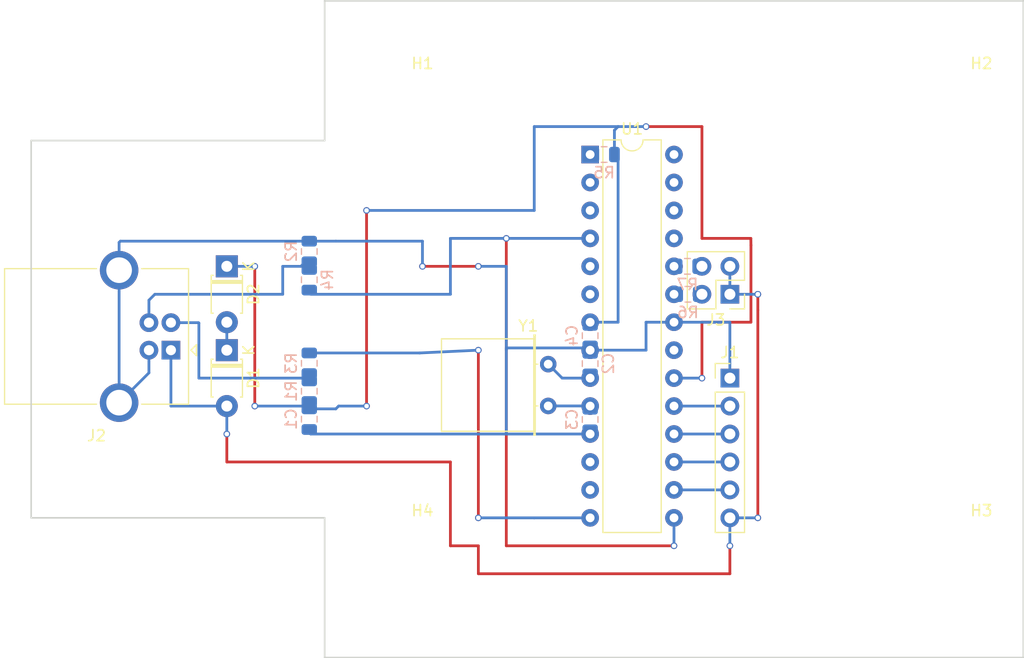
<source format=kicad_pcb>
(kicad_pcb (version 20171130) (host pcbnew "(5.1.5)-3")

  (general
    (thickness 1.6)
    (drawings 8)
    (tracks 119)
    (zones 0)
    (modules 22)
    (nets 20)
  )

  (page A4)
  (title_block
    (date "lun. 30 mars 2015")
  )

  (layers
    (0 F.Cu signal)
    (31 B.Cu signal)
    (32 B.Adhes user)
    (33 F.Adhes user)
    (34 B.Paste user)
    (35 F.Paste user)
    (36 B.SilkS user)
    (37 F.SilkS user)
    (38 B.Mask user)
    (39 F.Mask user)
    (40 Dwgs.User user)
    (41 Cmts.User user)
    (42 Eco1.User user)
    (43 Eco2.User user)
    (44 Edge.Cuts user)
    (45 Margin user)
    (46 B.CrtYd user)
    (47 F.CrtYd user)
    (48 B.Fab user)
    (49 F.Fab user)
  )

  (setup
    (last_trace_width 0.25)
    (trace_clearance 0.2)
    (zone_clearance 0.508)
    (zone_45_only no)
    (trace_min 0.2)
    (via_size 0.6)
    (via_drill 0.4)
    (via_min_size 0.4)
    (via_min_drill 0.3)
    (uvia_size 0.3)
    (uvia_drill 0.1)
    (uvias_allowed no)
    (uvia_min_size 0.2)
    (uvia_min_drill 0.1)
    (edge_width 0.15)
    (segment_width 0.15)
    (pcb_text_width 0.3)
    (pcb_text_size 1.5 1.5)
    (mod_edge_width 0.15)
    (mod_text_size 1 1)
    (mod_text_width 0.15)
    (pad_size 4.064 4.064)
    (pad_drill 3.048)
    (pad_to_mask_clearance 0)
    (aux_axis_origin 110.998 126.365)
    (grid_origin 110.998 126.365)
    (visible_elements 7FFFFFFF)
    (pcbplotparams
      (layerselection 0x00030_80000001)
      (usegerberextensions false)
      (usegerberattributes false)
      (usegerberadvancedattributes false)
      (creategerberjobfile false)
      (excludeedgelayer true)
      (linewidth 0.100000)
      (plotframeref false)
      (viasonmask false)
      (mode 1)
      (useauxorigin false)
      (hpglpennumber 1)
      (hpglpenspeed 20)
      (hpglpendiameter 15.000000)
      (psnegative false)
      (psa4output false)
      (plotreference true)
      (plotvalue true)
      (plotinvisibletext false)
      (padsonsilk false)
      (subtractmaskfromsilk false)
      (outputformat 1)
      (mirror false)
      (drillshape 1)
      (scaleselection 1)
      (outputdirectory ""))
  )

  (net 0 "")
  (net 1 GND)
  (net 2 +3V3)
  (net 3 "Net-(C2-Pad1)")
  (net 4 "Net-(C3-Pad1)")
  (net 5 VCC)
  (net 6 "Net-(D1-Pad1)")
  (net 7 /~SS)
  (net 8 /MOSI)
  (net 9 /SCK)
  (net 10 /MISO)
  (net 11 "Net-(J2-Pad3)")
  (net 12 "Net-(J2-Pad2)")
  (net 13 "Net-(J3-Pad4)")
  (net 14 "Net-(J3-Pad2)")
  (net 15 "Net-(R3-Pad1)")
  (net 16 "Net-(R4-Pad1)")
  (net 17 "Net-(R5-Pad1)")
  (net 18 "Net-(R6-Pad1)")
  (net 19 "Net-(R7-Pad1)")

  (net_class Default "This is the default net class."
    (clearance 0.2)
    (trace_width 0.25)
    (via_dia 0.6)
    (via_drill 0.4)
    (uvia_dia 0.3)
    (uvia_drill 0.1)
    (add_net +3V3)
    (add_net /MISO)
    (add_net /MOSI)
    (add_net /SCK)
    (add_net /~SS)
    (add_net GND)
    (add_net "Net-(C2-Pad1)")
    (add_net "Net-(C3-Pad1)")
    (add_net "Net-(D1-Pad1)")
    (add_net "Net-(J2-Pad2)")
    (add_net "Net-(J2-Pad3)")
    (add_net "Net-(J3-Pad2)")
    (add_net "Net-(J3-Pad4)")
    (add_net "Net-(R3-Pad1)")
    (add_net "Net-(R4-Pad1)")
    (add_net "Net-(R5-Pad1)")
    (add_net "Net-(R6-Pad1)")
    (add_net "Net-(R7-Pad1)")
    (add_net "Net-(U1-Pad12)")
    (add_net "Net-(U1-Pad13)")
    (add_net "Net-(U1-Pad2)")
    (add_net "Net-(U1-Pad21)")
    (add_net "Net-(U1-Pad25)")
    (add_net "Net-(U1-Pad26)")
    (add_net "Net-(U1-Pad27)")
    (add_net "Net-(U1-Pad28)")
    (add_net "Net-(U1-Pad3)")
    (add_net "Net-(U1-Pad5)")
    (add_net "Net-(U1-Pad6)")
    (add_net VCC)
  )

  (module Connector_USB:USB_B_OST_USB-B1HSxx_Horizontal (layer F.Cu) (tedit 6019854F) (tstamp 601606F2)
    (at 123.698 98.425 180)
    (descr "USB B receptacle, Horizontal, through-hole, http://www.on-shore.com/wp-content/uploads/2015/09/usb-b1hsxx.pdf")
    (tags "USB-B receptacle horizontal through-hole")
    (path /60191661)
    (fp_text reference J2 (at 6.76 -7.77 180) (layer F.SilkS)
      (effects (font (size 1 1) (thickness 0.15)))
    )
    (fp_text value USB_B (at 6.76 10.27 180) (layer F.Fab)
      (effects (font (size 1 1) (thickness 0.15)))
    )
    (fp_text user %R (at 6.76 1.25 180) (layer F.Fab)
      (effects (font (size 1 1) (thickness 0.15)))
    )
    (fp_line (start 15.51 -7.02) (end -1.99 -7.02) (layer F.CrtYd) (width 0.05))
    (fp_line (start 15.51 9.52) (end 15.51 -7.02) (layer F.CrtYd) (width 0.05))
    (fp_line (start -1.99 9.52) (end 15.51 9.52) (layer F.CrtYd) (width 0.05))
    (fp_line (start -1.99 -7.02) (end -1.99 9.52) (layer F.CrtYd) (width 0.05))
    (fp_line (start -2.32 0.5) (end -1.82 0) (layer F.SilkS) (width 0.12))
    (fp_line (start -2.32 -0.5) (end -2.32 0.5) (layer F.SilkS) (width 0.12))
    (fp_line (start -1.82 0) (end -2.32 -0.5) (layer F.SilkS) (width 0.12))
    (fp_line (start 15.12 7.41) (end 6.76 7.41) (layer F.SilkS) (width 0.12))
    (fp_line (start 15.12 -4.91) (end 15.12 7.41) (layer F.SilkS) (width 0.12))
    (fp_line (start 6.76 -4.91) (end 15.12 -4.91) (layer F.SilkS) (width 0.12))
    (fp_line (start -1.6 7.41) (end 2.66 7.41) (layer F.SilkS) (width 0.12))
    (fp_line (start -1.6 -4.91) (end -1.6 7.41) (layer F.SilkS) (width 0.12))
    (fp_line (start 2.66 -4.91) (end -1.6 -4.91) (layer F.SilkS) (width 0.12))
    (fp_line (start -1.49 -3.8) (end -0.49 -4.8) (layer F.Fab) (width 0.1))
    (fp_line (start -1.49 7.3) (end -1.49 -3.8) (layer F.Fab) (width 0.1))
    (fp_line (start 15.01 7.3) (end -1.49 7.3) (layer F.Fab) (width 0.1))
    (fp_line (start 15.01 -4.8) (end 15.01 7.3) (layer F.Fab) (width 0.1))
    (fp_line (start -0.49 -4.8) (end 15.01 -4.8) (layer F.Fab) (width 0.1))
    (pad 5 thru_hole circle (at 4.71 7.27 180) (size 3.5 3.5) (drill 2.33) (layers *.Cu *.Mask)
      (net 1 GND))
    (pad 5 thru_hole circle (at 4.71 -4.77 180) (size 3.5 3.5) (drill 2.33) (layers *.Cu *.Mask)
      (net 1 GND))
    (pad 4 thru_hole circle (at 2 0 180) (size 1.7 1.7) (drill 0.92) (layers *.Cu *.Mask)
      (net 1 GND))
    (pad 3 thru_hole circle (at 2 2.5 180) (size 1.7 1.7) (drill 0.92) (layers *.Cu *.Mask)
      (net 11 "Net-(J2-Pad3)"))
    (pad 2 thru_hole circle (at 0 2.5 180) (size 1.7 1.7) (drill 0.92) (layers *.Cu *.Mask)
      (net 12 "Net-(J2-Pad2)"))
    (pad 1 thru_hole rect (at 0 0 180) (size 1.7 1.7) (drill 0.92) (layers *.Cu *.Mask)
      (net 5 VCC))
    (model ${KISYS3DMOD}/Connector_USB.3dshapes/USB_B_OST_USB-B1HSxx_Horizontal.wrl
      (at (xyz 0 0 0))
      (scale (xyz 1 1 1))
      (rotate (xyz 0 0 0))
    )
    (model ${DOWNLOADS}/usb_B.wrl
      (offset (xyz 7 -1.25 0))
      (scale (xyz 1 1 1))
      (rotate (xyz 0 0 -90))
    )
  )

  (module Resistor_SMD:R_0805_2012Metric (layer B.Cu) (tedit 5B36C52B) (tstamp 6019982C)
    (at 170.6395 90.805)
    (descr "Resistor SMD 0805 (2012 Metric), square (rectangular) end terminal, IPC_7351 nominal, (Body size source: https://docs.google.com/spreadsheets/d/1BsfQQcO9C6DZCsRaXUlFlo91Tg2WpOkGARC1WS5S8t0/edit?usp=sharing), generated with kicad-footprint-generator")
    (tags resistor)
    (path /601AAD1F)
    (attr smd)
    (fp_text reference R7 (at 0 1.65) (layer B.SilkS)
      (effects (font (size 1 1) (thickness 0.15)) (justify mirror))
    )
    (fp_text value 1k (at 0 -1.65) (layer B.Fab)
      (effects (font (size 1 1) (thickness 0.15)) (justify mirror))
    )
    (fp_text user %R (at 0 0) (layer B.Fab)
      (effects (font (size 0.5 0.5) (thickness 0.08)) (justify mirror))
    )
    (fp_line (start 1.68 -0.95) (end -1.68 -0.95) (layer B.CrtYd) (width 0.05))
    (fp_line (start 1.68 0.95) (end 1.68 -0.95) (layer B.CrtYd) (width 0.05))
    (fp_line (start -1.68 0.95) (end 1.68 0.95) (layer B.CrtYd) (width 0.05))
    (fp_line (start -1.68 -0.95) (end -1.68 0.95) (layer B.CrtYd) (width 0.05))
    (fp_line (start -0.258578 -0.71) (end 0.258578 -0.71) (layer B.SilkS) (width 0.12))
    (fp_line (start -0.258578 0.71) (end 0.258578 0.71) (layer B.SilkS) (width 0.12))
    (fp_line (start 1 -0.6) (end -1 -0.6) (layer B.Fab) (width 0.1))
    (fp_line (start 1 0.6) (end 1 -0.6) (layer B.Fab) (width 0.1))
    (fp_line (start -1 0.6) (end 1 0.6) (layer B.Fab) (width 0.1))
    (fp_line (start -1 -0.6) (end -1 0.6) (layer B.Fab) (width 0.1))
    (pad 2 smd roundrect (at 0.9375 0) (size 0.975 1.4) (layers B.Cu B.Paste B.Mask) (roundrect_rratio 0.25)
      (net 13 "Net-(J3-Pad4)"))
    (pad 1 smd roundrect (at -0.9375 0) (size 0.975 1.4) (layers B.Cu B.Paste B.Mask) (roundrect_rratio 0.25)
      (net 19 "Net-(R7-Pad1)"))
    (model ${KISYS3DMOD}/Resistor_SMD.3dshapes/R_0805_2012Metric.wrl
      (at (xyz 0 0 0))
      (scale (xyz 1 1 1))
      (rotate (xyz 0 0 0))
    )
  )

  (module Resistor_SMD:R_0805_2012Metric (layer B.Cu) (tedit 5B36C52B) (tstamp 6019981B)
    (at 170.688 93.345)
    (descr "Resistor SMD 0805 (2012 Metric), square (rectangular) end terminal, IPC_7351 nominal, (Body size source: https://docs.google.com/spreadsheets/d/1BsfQQcO9C6DZCsRaXUlFlo91Tg2WpOkGARC1WS5S8t0/edit?usp=sharing), generated with kicad-footprint-generator")
    (tags resistor)
    (path /601A1B8A)
    (attr smd)
    (fp_text reference R6 (at 0 1.65) (layer B.SilkS)
      (effects (font (size 1 1) (thickness 0.15)) (justify mirror))
    )
    (fp_text value 1k (at 0 -1.65) (layer B.Fab)
      (effects (font (size 1 1) (thickness 0.15)) (justify mirror))
    )
    (fp_text user %R (at 0 0) (layer B.Fab)
      (effects (font (size 0.5 0.5) (thickness 0.08)) (justify mirror))
    )
    (fp_line (start 1.68 -0.95) (end -1.68 -0.95) (layer B.CrtYd) (width 0.05))
    (fp_line (start 1.68 0.95) (end 1.68 -0.95) (layer B.CrtYd) (width 0.05))
    (fp_line (start -1.68 0.95) (end 1.68 0.95) (layer B.CrtYd) (width 0.05))
    (fp_line (start -1.68 -0.95) (end -1.68 0.95) (layer B.CrtYd) (width 0.05))
    (fp_line (start -0.258578 -0.71) (end 0.258578 -0.71) (layer B.SilkS) (width 0.12))
    (fp_line (start -0.258578 0.71) (end 0.258578 0.71) (layer B.SilkS) (width 0.12))
    (fp_line (start 1 -0.6) (end -1 -0.6) (layer B.Fab) (width 0.1))
    (fp_line (start 1 0.6) (end 1 -0.6) (layer B.Fab) (width 0.1))
    (fp_line (start -1 0.6) (end 1 0.6) (layer B.Fab) (width 0.1))
    (fp_line (start -1 -0.6) (end -1 0.6) (layer B.Fab) (width 0.1))
    (pad 2 smd roundrect (at 0.9375 0) (size 0.975 1.4) (layers B.Cu B.Paste B.Mask) (roundrect_rratio 0.25)
      (net 14 "Net-(J3-Pad2)"))
    (pad 1 smd roundrect (at -0.9375 0) (size 0.975 1.4) (layers B.Cu B.Paste B.Mask) (roundrect_rratio 0.25)
      (net 18 "Net-(R6-Pad1)"))
    (model ${KISYS3DMOD}/Resistor_SMD.3dshapes/R_0805_2012Metric.wrl
      (at (xyz 0 0 0))
      (scale (xyz 1 1 1))
      (rotate (xyz 0 0 0))
    )
  )

  (module MountingHole:MountingHole_2.2mm_M2 (layer F.Cu) (tedit 56D1B4CB) (tstamp 6015F302)
    (at 146.558 116.205)
    (descr "Mounting Hole 2.2mm, no annular, M2")
    (tags "mounting hole 2.2mm no annular m2")
    (path /602F90DF)
    (attr virtual)
    (fp_text reference H4 (at 0 -3.2) (layer F.SilkS)
      (effects (font (size 1 1) (thickness 0.15)))
    )
    (fp_text value M3 (at 0 3.2) (layer F.Fab)
      (effects (font (size 1 1) (thickness 0.15)))
    )
    (fp_circle (center 0 0) (end 2.45 0) (layer F.CrtYd) (width 0.05))
    (fp_circle (center 0 0) (end 2.2 0) (layer Cmts.User) (width 0.15))
    (fp_text user %R (at 0.3 0) (layer F.Fab)
      (effects (font (size 1 1) (thickness 0.15)))
    )
    (pad 1 np_thru_hole circle (at 0 0) (size 2.2 2.2) (drill 2.2) (layers *.Cu *.Mask))
  )

  (module MountingHole:MountingHole_2.2mm_M2 (layer F.Cu) (tedit 56D1B4CB) (tstamp 6015F2FA)
    (at 197.358 116.205)
    (descr "Mounting Hole 2.2mm, no annular, M2")
    (tags "mounting hole 2.2mm no annular m2")
    (path /602F80A0)
    (attr virtual)
    (fp_text reference H3 (at 0 -3.2) (layer F.SilkS)
      (effects (font (size 1 1) (thickness 0.15)))
    )
    (fp_text value M3 (at 0 3.2) (layer F.Fab)
      (effects (font (size 1 1) (thickness 0.15)))
    )
    (fp_circle (center 0 0) (end 2.45 0) (layer F.CrtYd) (width 0.05))
    (fp_circle (center 0 0) (end 2.2 0) (layer Cmts.User) (width 0.15))
    (fp_text user %R (at 0.3 0) (layer F.Fab)
      (effects (font (size 1 1) (thickness 0.15)))
    )
    (pad 1 np_thru_hole circle (at 0 0) (size 2.2 2.2) (drill 2.2) (layers *.Cu *.Mask))
  )

  (module MountingHole:MountingHole_2.2mm_M2 (layer F.Cu) (tedit 56D1B4CB) (tstamp 6015F2F2)
    (at 197.358 75.565)
    (descr "Mounting Hole 2.2mm, no annular, M2")
    (tags "mounting hole 2.2mm no annular m2")
    (path /602F90D9)
    (attr virtual)
    (fp_text reference H2 (at 0 -3.2) (layer F.SilkS)
      (effects (font (size 1 1) (thickness 0.15)))
    )
    (fp_text value M3 (at 0 3.2) (layer F.Fab)
      (effects (font (size 1 1) (thickness 0.15)))
    )
    (fp_circle (center 0 0) (end 2.45 0) (layer F.CrtYd) (width 0.05))
    (fp_circle (center 0 0) (end 2.2 0) (layer Cmts.User) (width 0.15))
    (fp_text user %R (at 0.3 0) (layer F.Fab)
      (effects (font (size 1 1) (thickness 0.15)))
    )
    (pad 1 np_thru_hole circle (at 0 0) (size 2.2 2.2) (drill 2.2) (layers *.Cu *.Mask))
  )

  (module MountingHole:MountingHole_2.2mm_M2 (layer F.Cu) (tedit 56D1B4CB) (tstamp 6015F510)
    (at 146.558 75.565)
    (descr "Mounting Hole 2.2mm, no annular, M2")
    (tags "mounting hole 2.2mm no annular m2")
    (path /602F6B1A)
    (attr virtual)
    (fp_text reference H1 (at 0 -3.2) (layer F.SilkS)
      (effects (font (size 1 1) (thickness 0.15)))
    )
    (fp_text value M3 (at 0 3.2) (layer F.Fab)
      (effects (font (size 1 1) (thickness 0.15)))
    )
    (fp_circle (center 0 0) (end 2.45 0) (layer F.CrtYd) (width 0.05))
    (fp_circle (center 0 0) (end 2.2 0) (layer Cmts.User) (width 0.15))
    (fp_text user %R (at 0.3 0) (layer F.Fab)
      (effects (font (size 1 1) (thickness 0.15)))
    )
    (pad 1 np_thru_hole circle (at 0 0) (size 2.2 2.2) (drill 2.2) (layers *.Cu *.Mask))
  )

  (module Crystal:Crystal_HC52-8mm_Horizontal (layer F.Cu) (tedit 5A1AD3B8) (tstamp 6015CAFC)
    (at 157.988 99.695 270)
    (descr "Crystal THT HC-51/8mm http://www.kvg-gmbh.de/assets/uploads/files/product_pdfs/XS71xx.pdf")
    (tags "THT crystal")
    (path /60B4028F)
    (fp_text reference Y1 (at -3.475 1.8125) (layer F.SilkS)
      (effects (font (size 1 1) (thickness 0.15)))
    )
    (fp_text value 12MHz (at 7.275 1.8125) (layer F.Fab)
      (effects (font (size 1 1) (thickness 0.15)))
    )
    (fp_line (start 7 -1) (end -3.2 -1) (layer F.CrtYd) (width 0.05))
    (fp_line (start 7 10.3) (end 7 -1) (layer F.CrtYd) (width 0.05))
    (fp_line (start -3.2 10.3) (end 7 10.3) (layer F.CrtYd) (width 0.05))
    (fp_line (start -3.2 -1) (end -3.2 10.3) (layer F.CrtYd) (width 0.05))
    (fp_line (start 6.45 1.3) (end -2.65 1.3) (layer F.SilkS) (width 0.12))
    (fp_line (start 6.45 1.18) (end 6.45 1.3) (layer F.SilkS) (width 0.12))
    (fp_line (start -2.65 1.18) (end 6.45 1.18) (layer F.SilkS) (width 0.12))
    (fp_line (start -2.65 1.3) (end -2.65 1.18) (layer F.SilkS) (width 0.12))
    (fp_line (start 3.8 0.95) (end 3.8 0.95) (layer F.SilkS) (width 0.12))
    (fp_line (start 3.8 1.3) (end 3.8 0.95) (layer F.SilkS) (width 0.12))
    (fp_line (start 0 0.95) (end 0 0.95) (layer F.SilkS) (width 0.12))
    (fp_line (start 0 1.3) (end 0 0.95) (layer F.SilkS) (width 0.12))
    (fp_line (start 6.1 1.3) (end -2.3 1.3) (layer F.SilkS) (width 0.12))
    (fp_line (start 6.1 9.7) (end 6.1 1.3) (layer F.SilkS) (width 0.12))
    (fp_line (start -2.3 9.7) (end 6.1 9.7) (layer F.SilkS) (width 0.12))
    (fp_line (start -2.3 1.3) (end -2.3 9.7) (layer F.SilkS) (width 0.12))
    (fp_line (start 6.25 1.5) (end -2.45 1.5) (layer F.Fab) (width 0.1))
    (fp_line (start 6.25 1.4) (end 6.25 1.5) (layer F.Fab) (width 0.1))
    (fp_line (start -2.45 1.4) (end 6.25 1.4) (layer F.Fab) (width 0.1))
    (fp_line (start -2.45 1.5) (end -2.45 1.4) (layer F.Fab) (width 0.1))
    (fp_line (start 3.8 0.75) (end 3.8 0) (layer F.Fab) (width 0.1))
    (fp_line (start 3.8 1.5) (end 3.8 0.75) (layer F.Fab) (width 0.1))
    (fp_line (start 0 0.75) (end 0 0) (layer F.Fab) (width 0.1))
    (fp_line (start 0 1.5) (end 0 0.75) (layer F.Fab) (width 0.1))
    (fp_line (start 5.9 1.5) (end -2.1 1.5) (layer F.Fab) (width 0.1))
    (fp_line (start 5.9 9.5) (end 5.9 1.5) (layer F.Fab) (width 0.1))
    (fp_line (start -2.1 9.5) (end 5.9 9.5) (layer F.Fab) (width 0.1))
    (fp_line (start -2.1 1.5) (end -2.1 9.5) (layer F.Fab) (width 0.1))
    (fp_text user %R (at 2 4.75 90) (layer F.Fab)
      (effects (font (size 1 1) (thickness 0.15)))
    )
    (pad 2 thru_hole circle (at 3.8 0 270) (size 1.5 1.5) (drill 0.8) (layers *.Cu *.Mask)
      (net 4 "Net-(C3-Pad1)"))
    (pad 1 thru_hole circle (at 0 0 270) (size 1.5 1.5) (drill 0.8) (layers *.Cu *.Mask)
      (net 3 "Net-(C2-Pad1)"))
    (model ${KISYS3DMOD}/Crystal.3dshapes/Crystal_HC52-8mm_Horizontal.wrl
      (at (xyz 0 0 0))
      (scale (xyz 1 1 1))
      (rotate (xyz 0 0 0))
    )
  )

  (module Diode_THT:D_T-1_P5.08mm_Horizontal (layer F.Cu) (tedit 5AE50CD5) (tstamp 6015FBB0)
    (at 128.778 90.805 270)
    (descr "Diode, T-1 series, Axial, Horizontal, pin pitch=5.08mm, , length*diameter=3.2*2.6mm^2, , http://www.diodes.com/_files/packages/T-1.pdf")
    (tags "Diode T-1 series Axial Horizontal pin pitch 5.08mm  length 3.2mm diameter 2.6mm")
    (path /60177C12)
    (fp_text reference D2 (at 2.54 -2.42 90) (layer F.SilkS)
      (effects (font (size 1 1) (thickness 0.15)))
    )
    (fp_text value 1N4148 (at 2.54 2.42 90) (layer F.Fab)
      (effects (font (size 1 1) (thickness 0.15)))
    )
    (fp_text user K (at 0 -2 90) (layer F.SilkS)
      (effects (font (size 1 1) (thickness 0.15)))
    )
    (fp_text user K (at 0 -2 90) (layer F.Fab)
      (effects (font (size 1 1) (thickness 0.15)))
    )
    (fp_text user %R (at 2.78 0 90) (layer F.Fab)
      (effects (font (size 0.64 0.64) (thickness 0.096)))
    )
    (fp_line (start 6.33 -1.55) (end -1.25 -1.55) (layer F.CrtYd) (width 0.05))
    (fp_line (start 6.33 1.55) (end 6.33 -1.55) (layer F.CrtYd) (width 0.05))
    (fp_line (start -1.25 1.55) (end 6.33 1.55) (layer F.CrtYd) (width 0.05))
    (fp_line (start -1.25 -1.55) (end -1.25 1.55) (layer F.CrtYd) (width 0.05))
    (fp_line (start 1.3 -1.42) (end 1.3 1.42) (layer F.SilkS) (width 0.12))
    (fp_line (start 1.54 -1.42) (end 1.54 1.42) (layer F.SilkS) (width 0.12))
    (fp_line (start 1.42 -1.42) (end 1.42 1.42) (layer F.SilkS) (width 0.12))
    (fp_line (start 4.26 1.42) (end 4.26 1.24) (layer F.SilkS) (width 0.12))
    (fp_line (start 0.82 1.42) (end 4.26 1.42) (layer F.SilkS) (width 0.12))
    (fp_line (start 0.82 1.24) (end 0.82 1.42) (layer F.SilkS) (width 0.12))
    (fp_line (start 4.26 -1.42) (end 4.26 -1.24) (layer F.SilkS) (width 0.12))
    (fp_line (start 0.82 -1.42) (end 4.26 -1.42) (layer F.SilkS) (width 0.12))
    (fp_line (start 0.82 -1.24) (end 0.82 -1.42) (layer F.SilkS) (width 0.12))
    (fp_line (start 1.32 -1.3) (end 1.32 1.3) (layer F.Fab) (width 0.1))
    (fp_line (start 1.52 -1.3) (end 1.52 1.3) (layer F.Fab) (width 0.1))
    (fp_line (start 1.42 -1.3) (end 1.42 1.3) (layer F.Fab) (width 0.1))
    (fp_line (start 5.08 0) (end 4.14 0) (layer F.Fab) (width 0.1))
    (fp_line (start 0 0) (end 0.94 0) (layer F.Fab) (width 0.1))
    (fp_line (start 4.14 -1.3) (end 0.94 -1.3) (layer F.Fab) (width 0.1))
    (fp_line (start 4.14 1.3) (end 4.14 -1.3) (layer F.Fab) (width 0.1))
    (fp_line (start 0.94 1.3) (end 4.14 1.3) (layer F.Fab) (width 0.1))
    (fp_line (start 0.94 -1.3) (end 0.94 1.3) (layer F.Fab) (width 0.1))
    (pad 2 thru_hole oval (at 5.08 0 270) (size 2 2) (drill 1) (layers *.Cu *.Mask)
      (net 6 "Net-(D1-Pad1)"))
    (pad 1 thru_hole rect (at 0 0 270) (size 2 2) (drill 1) (layers *.Cu *.Mask)
      (net 2 +3V3))
    (model ${KISYS3DMOD}/Diode_THT.3dshapes/D_T-1_P5.08mm_Horizontal.wrl
      (at (xyz 0 0 0))
      (scale (xyz 1 1 1))
      (rotate (xyz 0 0 0))
    )
  )

  (module Diode_THT:D_T-1_P5.08mm_Horizontal (layer F.Cu) (tedit 5AE50CD5) (tstamp 60157C39)
    (at 128.778 98.425 270)
    (descr "Diode, T-1 series, Axial, Horizontal, pin pitch=5.08mm, , length*diameter=3.2*2.6mm^2, , http://www.diodes.com/_files/packages/T-1.pdf")
    (tags "Diode T-1 series Axial Horizontal pin pitch 5.08mm  length 3.2mm diameter 2.6mm")
    (path /60177425)
    (fp_text reference D1 (at 2.54 -2.42 90) (layer F.SilkS)
      (effects (font (size 1 1) (thickness 0.15)))
    )
    (fp_text value 1N4148 (at 2.54 2.42 90) (layer F.Fab)
      (effects (font (size 1 1) (thickness 0.15)))
    )
    (fp_text user K (at 0 -2 90) (layer F.SilkS)
      (effects (font (size 1 1) (thickness 0.15)))
    )
    (fp_text user K (at 0 -2 90) (layer F.Fab)
      (effects (font (size 1 1) (thickness 0.15)))
    )
    (fp_text user %R (at 2.78 0 90) (layer F.Fab)
      (effects (font (size 0.64 0.64) (thickness 0.096)))
    )
    (fp_line (start 6.33 -1.55) (end -1.25 -1.55) (layer F.CrtYd) (width 0.05))
    (fp_line (start 6.33 1.55) (end 6.33 -1.55) (layer F.CrtYd) (width 0.05))
    (fp_line (start -1.25 1.55) (end 6.33 1.55) (layer F.CrtYd) (width 0.05))
    (fp_line (start -1.25 -1.55) (end -1.25 1.55) (layer F.CrtYd) (width 0.05))
    (fp_line (start 1.3 -1.42) (end 1.3 1.42) (layer F.SilkS) (width 0.12))
    (fp_line (start 1.54 -1.42) (end 1.54 1.42) (layer F.SilkS) (width 0.12))
    (fp_line (start 1.42 -1.42) (end 1.42 1.42) (layer F.SilkS) (width 0.12))
    (fp_line (start 4.26 1.42) (end 4.26 1.24) (layer F.SilkS) (width 0.12))
    (fp_line (start 0.82 1.42) (end 4.26 1.42) (layer F.SilkS) (width 0.12))
    (fp_line (start 0.82 1.24) (end 0.82 1.42) (layer F.SilkS) (width 0.12))
    (fp_line (start 4.26 -1.42) (end 4.26 -1.24) (layer F.SilkS) (width 0.12))
    (fp_line (start 0.82 -1.42) (end 4.26 -1.42) (layer F.SilkS) (width 0.12))
    (fp_line (start 0.82 -1.24) (end 0.82 -1.42) (layer F.SilkS) (width 0.12))
    (fp_line (start 1.32 -1.3) (end 1.32 1.3) (layer F.Fab) (width 0.1))
    (fp_line (start 1.52 -1.3) (end 1.52 1.3) (layer F.Fab) (width 0.1))
    (fp_line (start 1.42 -1.3) (end 1.42 1.3) (layer F.Fab) (width 0.1))
    (fp_line (start 5.08 0) (end 4.14 0) (layer F.Fab) (width 0.1))
    (fp_line (start 0 0) (end 0.94 0) (layer F.Fab) (width 0.1))
    (fp_line (start 4.14 -1.3) (end 0.94 -1.3) (layer F.Fab) (width 0.1))
    (fp_line (start 4.14 1.3) (end 4.14 -1.3) (layer F.Fab) (width 0.1))
    (fp_line (start 0.94 1.3) (end 4.14 1.3) (layer F.Fab) (width 0.1))
    (fp_line (start 0.94 -1.3) (end 0.94 1.3) (layer F.Fab) (width 0.1))
    (pad 2 thru_hole oval (at 5.08 0 270) (size 2 2) (drill 1) (layers *.Cu *.Mask)
      (net 5 VCC))
    (pad 1 thru_hole rect (at 0 0 270) (size 2 2) (drill 1) (layers *.Cu *.Mask)
      (net 6 "Net-(D1-Pad1)"))
    (model ${KISYS3DMOD}/Diode_THT.3dshapes/D_T-1_P5.08mm_Horizontal.wrl
      (at (xyz 0 0 0))
      (scale (xyz 1 1 1))
      (rotate (xyz 0 0 0))
    )
  )

  (module Connector_PinHeader_2.54mm:PinHeader_1x06_P2.54mm_Vertical (layer F.Cu) (tedit 59FED5CC) (tstamp 60159C3D)
    (at 174.498 100.965)
    (descr "Through hole straight pin header, 1x06, 2.54mm pitch, single row")
    (tags "Through hole pin header THT 1x06 2.54mm single row")
    (path /6022F686)
    (fp_text reference J1 (at 0 -2.33) (layer F.SilkS)
      (effects (font (size 1 1) (thickness 0.15)))
    )
    (fp_text value ICSP6 (at 0 15.03) (layer F.Fab)
      (effects (font (size 1 1) (thickness 0.15)))
    )
    (fp_text user %R (at 0 6.35 90) (layer F.Fab)
      (effects (font (size 1 1) (thickness 0.15)))
    )
    (fp_line (start 1.8 -1.8) (end -1.8 -1.8) (layer F.CrtYd) (width 0.05))
    (fp_line (start 1.8 14.5) (end 1.8 -1.8) (layer F.CrtYd) (width 0.05))
    (fp_line (start -1.8 14.5) (end 1.8 14.5) (layer F.CrtYd) (width 0.05))
    (fp_line (start -1.8 -1.8) (end -1.8 14.5) (layer F.CrtYd) (width 0.05))
    (fp_line (start -1.33 -1.33) (end 0 -1.33) (layer F.SilkS) (width 0.12))
    (fp_line (start -1.33 0) (end -1.33 -1.33) (layer F.SilkS) (width 0.12))
    (fp_line (start -1.33 1.27) (end 1.33 1.27) (layer F.SilkS) (width 0.12))
    (fp_line (start 1.33 1.27) (end 1.33 14.03) (layer F.SilkS) (width 0.12))
    (fp_line (start -1.33 1.27) (end -1.33 14.03) (layer F.SilkS) (width 0.12))
    (fp_line (start -1.33 14.03) (end 1.33 14.03) (layer F.SilkS) (width 0.12))
    (fp_line (start -1.27 -0.635) (end -0.635 -1.27) (layer F.Fab) (width 0.1))
    (fp_line (start -1.27 13.97) (end -1.27 -0.635) (layer F.Fab) (width 0.1))
    (fp_line (start 1.27 13.97) (end -1.27 13.97) (layer F.Fab) (width 0.1))
    (fp_line (start 1.27 -1.27) (end 1.27 13.97) (layer F.Fab) (width 0.1))
    (fp_line (start -0.635 -1.27) (end 1.27 -1.27) (layer F.Fab) (width 0.1))
    (pad 6 thru_hole oval (at 0 12.7) (size 1.7 1.7) (drill 1) (layers *.Cu *.Mask)
      (net 5 VCC))
    (pad 5 thru_hole oval (at 0 10.16) (size 1.7 1.7) (drill 1) (layers *.Cu *.Mask)
      (net 7 /~SS))
    (pad 4 thru_hole oval (at 0 7.62) (size 1.7 1.7) (drill 1) (layers *.Cu *.Mask)
      (net 8 /MOSI))
    (pad 3 thru_hole oval (at 0 5.08) (size 1.7 1.7) (drill 1) (layers *.Cu *.Mask)
      (net 10 /MISO))
    (pad 2 thru_hole oval (at 0 2.54) (size 1.7 1.7) (drill 1) (layers *.Cu *.Mask)
      (net 9 /SCK))
    (pad 1 thru_hole rect (at 0 0) (size 1.7 1.7) (drill 1) (layers *.Cu *.Mask)
      (net 1 GND))
    (model ${KISYS3DMOD}/Connector_PinHeader_2.54mm.3dshapes/PinHeader_1x06_P2.54mm_Vertical.wrl
      (at (xyz 0 0 0))
      (scale (xyz 1 1 1))
      (rotate (xyz 0 0 0))
    )
  )

  (module Package_DIP:DIP-28_W7.62mm (layer F.Cu) (tedit 5A02E8C5) (tstamp 6015C64B)
    (at 161.798 80.645)
    (descr "28-lead though-hole mounted DIP package, row spacing 7.62 mm (300 mils)")
    (tags "THT DIP DIL PDIP 2.54mm 7.62mm 300mil")
    (path /60B3F1F9)
    (fp_text reference U1 (at 3.81 -2.33) (layer F.SilkS)
      (effects (font (size 1 1) (thickness 0.15)))
    )
    (fp_text value ATmega328-P (at 3.81 35.35) (layer F.Fab)
      (effects (font (size 1 1) (thickness 0.15)))
    )
    (fp_text user %R (at 3.81 16.51) (layer F.Fab)
      (effects (font (size 1 1) (thickness 0.15)))
    )
    (fp_line (start 8.7 -1.55) (end -1.1 -1.55) (layer F.CrtYd) (width 0.05))
    (fp_line (start 8.7 34.55) (end 8.7 -1.55) (layer F.CrtYd) (width 0.05))
    (fp_line (start -1.1 34.55) (end 8.7 34.55) (layer F.CrtYd) (width 0.05))
    (fp_line (start -1.1 -1.55) (end -1.1 34.55) (layer F.CrtYd) (width 0.05))
    (fp_line (start 6.46 -1.33) (end 4.81 -1.33) (layer F.SilkS) (width 0.12))
    (fp_line (start 6.46 34.35) (end 6.46 -1.33) (layer F.SilkS) (width 0.12))
    (fp_line (start 1.16 34.35) (end 6.46 34.35) (layer F.SilkS) (width 0.12))
    (fp_line (start 1.16 -1.33) (end 1.16 34.35) (layer F.SilkS) (width 0.12))
    (fp_line (start 2.81 -1.33) (end 1.16 -1.33) (layer F.SilkS) (width 0.12))
    (fp_line (start 0.635 -0.27) (end 1.635 -1.27) (layer F.Fab) (width 0.1))
    (fp_line (start 0.635 34.29) (end 0.635 -0.27) (layer F.Fab) (width 0.1))
    (fp_line (start 6.985 34.29) (end 0.635 34.29) (layer F.Fab) (width 0.1))
    (fp_line (start 6.985 -1.27) (end 6.985 34.29) (layer F.Fab) (width 0.1))
    (fp_line (start 1.635 -1.27) (end 6.985 -1.27) (layer F.Fab) (width 0.1))
    (fp_arc (start 3.81 -1.33) (end 2.81 -1.33) (angle -180) (layer F.SilkS) (width 0.12))
    (pad 28 thru_hole oval (at 7.62 0) (size 1.6 1.6) (drill 0.8) (layers *.Cu *.Mask))
    (pad 14 thru_hole oval (at 0 33.02) (size 1.6 1.6) (drill 0.8) (layers *.Cu *.Mask)
      (net 15 "Net-(R3-Pad1)"))
    (pad 27 thru_hole oval (at 7.62 2.54) (size 1.6 1.6) (drill 0.8) (layers *.Cu *.Mask))
    (pad 13 thru_hole oval (at 0 30.48) (size 1.6 1.6) (drill 0.8) (layers *.Cu *.Mask))
    (pad 26 thru_hole oval (at 7.62 5.08) (size 1.6 1.6) (drill 0.8) (layers *.Cu *.Mask))
    (pad 12 thru_hole oval (at 0 27.94) (size 1.6 1.6) (drill 0.8) (layers *.Cu *.Mask))
    (pad 25 thru_hole oval (at 7.62 7.62) (size 1.6 1.6) (drill 0.8) (layers *.Cu *.Mask))
    (pad 11 thru_hole oval (at 0 25.4) (size 1.6 1.6) (drill 0.8) (layers *.Cu *.Mask)
      (net 1 GND))
    (pad 24 thru_hole oval (at 7.62 10.16) (size 1.6 1.6) (drill 0.8) (layers *.Cu *.Mask)
      (net 19 "Net-(R7-Pad1)"))
    (pad 10 thru_hole oval (at 0 22.86) (size 1.6 1.6) (drill 0.8) (layers *.Cu *.Mask)
      (net 4 "Net-(C3-Pad1)"))
    (pad 23 thru_hole oval (at 7.62 12.7) (size 1.6 1.6) (drill 0.8) (layers *.Cu *.Mask)
      (net 18 "Net-(R6-Pad1)"))
    (pad 9 thru_hole oval (at 0 20.32) (size 1.6 1.6) (drill 0.8) (layers *.Cu *.Mask)
      (net 3 "Net-(C2-Pad1)"))
    (pad 22 thru_hole oval (at 7.62 15.24) (size 1.6 1.6) (drill 0.8) (layers *.Cu *.Mask)
      (net 1 GND))
    (pad 8 thru_hole oval (at 0 17.78) (size 1.6 1.6) (drill 0.8) (layers *.Cu *.Mask)
      (net 1 GND))
    (pad 21 thru_hole oval (at 7.62 17.78) (size 1.6 1.6) (drill 0.8) (layers *.Cu *.Mask))
    (pad 7 thru_hole oval (at 0 15.24) (size 1.6 1.6) (drill 0.8) (layers *.Cu *.Mask)
      (net 2 +3V3))
    (pad 20 thru_hole oval (at 7.62 20.32) (size 1.6 1.6) (drill 0.8) (layers *.Cu *.Mask)
      (net 2 +3V3))
    (pad 6 thru_hole oval (at 0 12.7) (size 1.6 1.6) (drill 0.8) (layers *.Cu *.Mask))
    (pad 19 thru_hole oval (at 7.62 22.86) (size 1.6 1.6) (drill 0.8) (layers *.Cu *.Mask)
      (net 9 /SCK))
    (pad 5 thru_hole oval (at 0 10.16) (size 1.6 1.6) (drill 0.8) (layers *.Cu *.Mask))
    (pad 18 thru_hole oval (at 7.62 25.4) (size 1.6 1.6) (drill 0.8) (layers *.Cu *.Mask)
      (net 10 /MISO))
    (pad 4 thru_hole oval (at 0 7.62) (size 1.6 1.6) (drill 0.8) (layers *.Cu *.Mask)
      (net 16 "Net-(R4-Pad1)"))
    (pad 17 thru_hole oval (at 7.62 27.94) (size 1.6 1.6) (drill 0.8) (layers *.Cu *.Mask)
      (net 8 /MOSI))
    (pad 3 thru_hole oval (at 0 5.08) (size 1.6 1.6) (drill 0.8) (layers *.Cu *.Mask))
    (pad 16 thru_hole oval (at 7.62 30.48) (size 1.6 1.6) (drill 0.8) (layers *.Cu *.Mask)
      (net 7 /~SS))
    (pad 2 thru_hole oval (at 0 2.54) (size 1.6 1.6) (drill 0.8) (layers *.Cu *.Mask))
    (pad 15 thru_hole oval (at 7.62 33.02) (size 1.6 1.6) (drill 0.8) (layers *.Cu *.Mask)
      (net 16 "Net-(R4-Pad1)"))
    (pad 1 thru_hole rect (at 0 0) (size 1.6 1.6) (drill 0.8) (layers *.Cu *.Mask)
      (net 17 "Net-(R5-Pad1)"))
    (model ${KISYS3DMOD}/Package_DIP.3dshapes/DIP-28_W7.62mm.wrl
      (at (xyz 0 0 0))
      (scale (xyz 1 1 1))
      (rotate (xyz 0 0 0))
    )
  )

  (module Resistor_SMD:R_0805_2012Metric (layer B.Cu) (tedit 5B36C52B) (tstamp 60157D00)
    (at 163.068 80.645)
    (descr "Resistor SMD 0805 (2012 Metric), square (rectangular) end terminal, IPC_7351 nominal, (Body size source: https://docs.google.com/spreadsheets/d/1BsfQQcO9C6DZCsRaXUlFlo91Tg2WpOkGARC1WS5S8t0/edit?usp=sharing), generated with kicad-footprint-generator")
    (tags resistor)
    (path /60B43F5D)
    (attr smd)
    (fp_text reference R5 (at 0 1.65 180) (layer B.SilkS)
      (effects (font (size 1 1) (thickness 0.15)) (justify mirror))
    )
    (fp_text value 10k (at 0 -1.65 180) (layer B.Fab)
      (effects (font (size 1 1) (thickness 0.15)) (justify mirror))
    )
    (fp_text user %R (at 0.0485 0 180) (layer B.Fab)
      (effects (font (size 0.5 0.5) (thickness 0.08)) (justify mirror))
    )
    (fp_line (start 1.68 -0.95) (end -1.68 -0.95) (layer B.CrtYd) (width 0.05))
    (fp_line (start 1.68 0.95) (end 1.68 -0.95) (layer B.CrtYd) (width 0.05))
    (fp_line (start -1.68 0.95) (end 1.68 0.95) (layer B.CrtYd) (width 0.05))
    (fp_line (start -1.68 -0.95) (end -1.68 0.95) (layer B.CrtYd) (width 0.05))
    (fp_line (start -0.258578 -0.71) (end 0.258578 -0.71) (layer B.SilkS) (width 0.12))
    (fp_line (start -0.258578 0.71) (end 0.258578 0.71) (layer B.SilkS) (width 0.12))
    (fp_line (start 1 -0.6) (end -1 -0.6) (layer B.Fab) (width 0.1))
    (fp_line (start 1 0.6) (end 1 -0.6) (layer B.Fab) (width 0.1))
    (fp_line (start -1 0.6) (end 1 0.6) (layer B.Fab) (width 0.1))
    (fp_line (start -1 -0.6) (end -1 0.6) (layer B.Fab) (width 0.1))
    (pad 2 smd roundrect (at 0.9375 0) (size 0.975 1.4) (layers B.Cu B.Paste B.Mask) (roundrect_rratio 0.25)
      (net 2 +3V3))
    (pad 1 smd roundrect (at -0.9375 0) (size 0.975 1.4) (layers B.Cu B.Paste B.Mask) (roundrect_rratio 0.25)
      (net 17 "Net-(R5-Pad1)"))
    (model ${KISYS3DMOD}/Resistor_SMD.3dshapes/R_0805_2012Metric.wrl
      (at (xyz 0 0 0))
      (scale (xyz 1 1 1))
      (rotate (xyz 0 0 0))
    )
  )

  (module Resistor_SMD:R_0805_2012Metric (layer B.Cu) (tedit 5B36C52B) (tstamp 601606B6)
    (at 136.271 92.0265 90)
    (descr "Resistor SMD 0805 (2012 Metric), square (rectangular) end terminal, IPC_7351 nominal, (Body size source: https://docs.google.com/spreadsheets/d/1BsfQQcO9C6DZCsRaXUlFlo91Tg2WpOkGARC1WS5S8t0/edit?usp=sharing), generated with kicad-footprint-generator")
    (tags resistor)
    (path /60B468C3)
    (attr smd)
    (fp_text reference R4 (at 0 1.65 90) (layer B.SilkS)
      (effects (font (size 1 1) (thickness 0.15)) (justify mirror))
    )
    (fp_text value 68 (at 0 -1.65 90) (layer B.Fab)
      (effects (font (size 1 1) (thickness 0.15)) (justify mirror))
    )
    (fp_text user %R (at 0 0 90) (layer B.Fab)
      (effects (font (size 0.5 0.5) (thickness 0.08)) (justify mirror))
    )
    (fp_line (start 1.68 -0.95) (end -1.68 -0.95) (layer B.CrtYd) (width 0.05))
    (fp_line (start 1.68 0.95) (end 1.68 -0.95) (layer B.CrtYd) (width 0.05))
    (fp_line (start -1.68 0.95) (end 1.68 0.95) (layer B.CrtYd) (width 0.05))
    (fp_line (start -1.68 -0.95) (end -1.68 0.95) (layer B.CrtYd) (width 0.05))
    (fp_line (start -0.258578 -0.71) (end 0.258578 -0.71) (layer B.SilkS) (width 0.12))
    (fp_line (start -0.258578 0.71) (end 0.258578 0.71) (layer B.SilkS) (width 0.12))
    (fp_line (start 1 -0.6) (end -1 -0.6) (layer B.Fab) (width 0.1))
    (fp_line (start 1 0.6) (end 1 -0.6) (layer B.Fab) (width 0.1))
    (fp_line (start -1 0.6) (end 1 0.6) (layer B.Fab) (width 0.1))
    (fp_line (start -1 -0.6) (end -1 0.6) (layer B.Fab) (width 0.1))
    (pad 2 smd roundrect (at 0.9375 0 90) (size 0.975 1.4) (layers B.Cu B.Paste B.Mask) (roundrect_rratio 0.25)
      (net 11 "Net-(J2-Pad3)"))
    (pad 1 smd roundrect (at -0.9375 0 90) (size 0.975 1.4) (layers B.Cu B.Paste B.Mask) (roundrect_rratio 0.25)
      (net 16 "Net-(R4-Pad1)"))
    (model ${KISYS3DMOD}/Resistor_SMD.3dshapes/R_0805_2012Metric.wrl
      (at (xyz 0 0 0))
      (scale (xyz 1 1 1))
      (rotate (xyz 0 0 0))
    )
  )

  (module Resistor_SMD:R_0805_2012Metric (layer B.Cu) (tedit 5B36C52B) (tstamp 60160686)
    (at 136.271 99.6165 270)
    (descr "Resistor SMD 0805 (2012 Metric), square (rectangular) end terminal, IPC_7351 nominal, (Body size source: https://docs.google.com/spreadsheets/d/1BsfQQcO9C6DZCsRaXUlFlo91Tg2WpOkGARC1WS5S8t0/edit?usp=sharing), generated with kicad-footprint-generator")
    (tags resistor)
    (path /60B45D36)
    (attr smd)
    (fp_text reference R3 (at 0 1.65 90) (layer B.SilkS)
      (effects (font (size 1 1) (thickness 0.15)) (justify mirror))
    )
    (fp_text value 68 (at 0 -1.65 90) (layer B.Fab)
      (effects (font (size 1 1) (thickness 0.15)) (justify mirror))
    )
    (fp_text user %R (at 0 0 90) (layer B.Fab)
      (effects (font (size 0.5 0.5) (thickness 0.08)) (justify mirror))
    )
    (fp_line (start 1.68 -0.95) (end -1.68 -0.95) (layer B.CrtYd) (width 0.05))
    (fp_line (start 1.68 0.95) (end 1.68 -0.95) (layer B.CrtYd) (width 0.05))
    (fp_line (start -1.68 0.95) (end 1.68 0.95) (layer B.CrtYd) (width 0.05))
    (fp_line (start -1.68 -0.95) (end -1.68 0.95) (layer B.CrtYd) (width 0.05))
    (fp_line (start -0.258578 -0.71) (end 0.258578 -0.71) (layer B.SilkS) (width 0.12))
    (fp_line (start -0.258578 0.71) (end 0.258578 0.71) (layer B.SilkS) (width 0.12))
    (fp_line (start 1 -0.6) (end -1 -0.6) (layer B.Fab) (width 0.1))
    (fp_line (start 1 0.6) (end 1 -0.6) (layer B.Fab) (width 0.1))
    (fp_line (start -1 0.6) (end 1 0.6) (layer B.Fab) (width 0.1))
    (fp_line (start -1 -0.6) (end -1 0.6) (layer B.Fab) (width 0.1))
    (pad 2 smd roundrect (at 0.9375 0 270) (size 0.975 1.4) (layers B.Cu B.Paste B.Mask) (roundrect_rratio 0.25)
      (net 12 "Net-(J2-Pad2)"))
    (pad 1 smd roundrect (at -0.9375 0 270) (size 0.975 1.4) (layers B.Cu B.Paste B.Mask) (roundrect_rratio 0.25)
      (net 15 "Net-(R3-Pad1)"))
    (model ${KISYS3DMOD}/Resistor_SMD.3dshapes/R_0805_2012Metric.wrl
      (at (xyz 0 0 0))
      (scale (xyz 1 1 1))
      (rotate (xyz 0 0 0))
    )
  )

  (module Resistor_SMD:R_0805_2012Metric (layer B.Cu) (tedit 5B36C52B) (tstamp 60160656)
    (at 136.271 89.4565 270)
    (descr "Resistor SMD 0805 (2012 Metric), square (rectangular) end terminal, IPC_7351 nominal, (Body size source: https://docs.google.com/spreadsheets/d/1BsfQQcO9C6DZCsRaXUlFlo91Tg2WpOkGARC1WS5S8t0/edit?usp=sharing), generated with kicad-footprint-generator")
    (tags resistor)
    (path /60B46AAA)
    (attr smd)
    (fp_text reference R2 (at 0 1.65 270) (layer B.SilkS)
      (effects (font (size 1 1) (thickness 0.15)) (justify mirror))
    )
    (fp_text value 1M (at 0 -1.65 270) (layer B.Fab)
      (effects (font (size 1 1) (thickness 0.15)) (justify mirror))
    )
    (fp_text user %R (at 0 0 270) (layer B.Fab)
      (effects (font (size 0.5 0.5) (thickness 0.08)) (justify mirror))
    )
    (fp_line (start 1.68 -0.95) (end -1.68 -0.95) (layer B.CrtYd) (width 0.05))
    (fp_line (start 1.68 0.95) (end 1.68 -0.95) (layer B.CrtYd) (width 0.05))
    (fp_line (start -1.68 0.95) (end 1.68 0.95) (layer B.CrtYd) (width 0.05))
    (fp_line (start -1.68 -0.95) (end -1.68 0.95) (layer B.CrtYd) (width 0.05))
    (fp_line (start -0.258578 -0.71) (end 0.258578 -0.71) (layer B.SilkS) (width 0.12))
    (fp_line (start -0.258578 0.71) (end 0.258578 0.71) (layer B.SilkS) (width 0.12))
    (fp_line (start 1 -0.6) (end -1 -0.6) (layer B.Fab) (width 0.1))
    (fp_line (start 1 0.6) (end 1 -0.6) (layer B.Fab) (width 0.1))
    (fp_line (start -1 0.6) (end 1 0.6) (layer B.Fab) (width 0.1))
    (fp_line (start -1 -0.6) (end -1 0.6) (layer B.Fab) (width 0.1))
    (pad 2 smd roundrect (at 0.9375 0 270) (size 0.975 1.4) (layers B.Cu B.Paste B.Mask) (roundrect_rratio 0.25)
      (net 11 "Net-(J2-Pad3)"))
    (pad 1 smd roundrect (at -0.9375 0 270) (size 0.975 1.4) (layers B.Cu B.Paste B.Mask) (roundrect_rratio 0.25)
      (net 1 GND))
    (model ${KISYS3DMOD}/Resistor_SMD.3dshapes/R_0805_2012Metric.wrl
      (at (xyz 0 0 0))
      (scale (xyz 1 1 1))
      (rotate (xyz 0 0 0))
    )
  )

  (module Resistor_SMD:R_0805_2012Metric (layer B.Cu) (tedit 5B36C52B) (tstamp 6016073A)
    (at 136.271 102.1565 270)
    (descr "Resistor SMD 0805 (2012 Metric), square (rectangular) end terminal, IPC_7351 nominal, (Body size source: https://docs.google.com/spreadsheets/d/1BsfQQcO9C6DZCsRaXUlFlo91Tg2WpOkGARC1WS5S8t0/edit?usp=sharing), generated with kicad-footprint-generator")
    (tags resistor)
    (path /60B46DBC)
    (attr smd)
    (fp_text reference R1 (at 0 1.65 90) (layer B.SilkS)
      (effects (font (size 1 1) (thickness 0.15)) (justify mirror))
    )
    (fp_text value 1k5 (at 0 -1.65 90) (layer B.Fab)
      (effects (font (size 1 1) (thickness 0.15)) (justify mirror))
    )
    (fp_text user %R (at 0 0 90) (layer B.Fab)
      (effects (font (size 0.5 0.5) (thickness 0.08)) (justify mirror))
    )
    (fp_line (start 1.68 -0.95) (end -1.68 -0.95) (layer B.CrtYd) (width 0.05))
    (fp_line (start 1.68 0.95) (end 1.68 -0.95) (layer B.CrtYd) (width 0.05))
    (fp_line (start -1.68 0.95) (end 1.68 0.95) (layer B.CrtYd) (width 0.05))
    (fp_line (start -1.68 -0.95) (end -1.68 0.95) (layer B.CrtYd) (width 0.05))
    (fp_line (start -0.258578 -0.71) (end 0.258578 -0.71) (layer B.SilkS) (width 0.12))
    (fp_line (start -0.258578 0.71) (end 0.258578 0.71) (layer B.SilkS) (width 0.12))
    (fp_line (start 1 -0.6) (end -1 -0.6) (layer B.Fab) (width 0.1))
    (fp_line (start 1 0.6) (end 1 -0.6) (layer B.Fab) (width 0.1))
    (fp_line (start -1 0.6) (end 1 0.6) (layer B.Fab) (width 0.1))
    (fp_line (start -1 -0.6) (end -1 0.6) (layer B.Fab) (width 0.1))
    (pad 2 smd roundrect (at 0.9375 0 270) (size 0.975 1.4) (layers B.Cu B.Paste B.Mask) (roundrect_rratio 0.25)
      (net 2 +3V3))
    (pad 1 smd roundrect (at -0.9375 0 270) (size 0.975 1.4) (layers B.Cu B.Paste B.Mask) (roundrect_rratio 0.25)
      (net 12 "Net-(J2-Pad2)"))
    (model ${KISYS3DMOD}/Resistor_SMD.3dshapes/R_0805_2012Metric.wrl
      (at (xyz 0 0 0))
      (scale (xyz 1 1 1))
      (rotate (xyz 0 0 0))
    )
  )

  (module Connector_PinHeader_2.54mm:PinHeader_2x02_P2.54mm_Vertical (layer F.Cu) (tedit 59FED5CC) (tstamp 6015CD64)
    (at 174.498 93.345 180)
    (descr "Through hole straight pin header, 2x02, 2.54mm pitch, double rows")
    (tags "Through hole pin header THT 2x02 2.54mm double row")
    (path /6021090E)
    (fp_text reference J3 (at 1.27 -2.33) (layer F.SilkS)
      (effects (font (size 1 1) (thickness 0.15)))
    )
    (fp_text value LEDs (at 1.27 4.87) (layer F.Fab)
      (effects (font (size 1 1) (thickness 0.15)))
    )
    (fp_text user %R (at 1.27 1.27 90) (layer F.Fab)
      (effects (font (size 1 1) (thickness 0.15)))
    )
    (fp_line (start 4.35 -1.8) (end -1.8 -1.8) (layer F.CrtYd) (width 0.05))
    (fp_line (start 4.35 4.35) (end 4.35 -1.8) (layer F.CrtYd) (width 0.05))
    (fp_line (start -1.8 4.35) (end 4.35 4.35) (layer F.CrtYd) (width 0.05))
    (fp_line (start -1.8 -1.8) (end -1.8 4.35) (layer F.CrtYd) (width 0.05))
    (fp_line (start -1.33 -1.33) (end 0 -1.33) (layer F.SilkS) (width 0.12))
    (fp_line (start -1.33 0) (end -1.33 -1.33) (layer F.SilkS) (width 0.12))
    (fp_line (start 1.27 -1.33) (end 3.87 -1.33) (layer F.SilkS) (width 0.12))
    (fp_line (start 1.27 1.27) (end 1.27 -1.33) (layer F.SilkS) (width 0.12))
    (fp_line (start -1.33 1.27) (end 1.27 1.27) (layer F.SilkS) (width 0.12))
    (fp_line (start 3.87 -1.33) (end 3.87 3.87) (layer F.SilkS) (width 0.12))
    (fp_line (start -1.33 1.27) (end -1.33 3.87) (layer F.SilkS) (width 0.12))
    (fp_line (start -1.33 3.87) (end 3.87 3.87) (layer F.SilkS) (width 0.12))
    (fp_line (start -1.27 0) (end 0 -1.27) (layer F.Fab) (width 0.1))
    (fp_line (start -1.27 3.81) (end -1.27 0) (layer F.Fab) (width 0.1))
    (fp_line (start 3.81 3.81) (end -1.27 3.81) (layer F.Fab) (width 0.1))
    (fp_line (start 3.81 -1.27) (end 3.81 3.81) (layer F.Fab) (width 0.1))
    (fp_line (start 0 -1.27) (end 3.81 -1.27) (layer F.Fab) (width 0.1))
    (pad 4 thru_hole oval (at 2.54 2.54 180) (size 1.7 1.7) (drill 1) (layers *.Cu *.Mask)
      (net 13 "Net-(J3-Pad4)"))
    (pad 3 thru_hole oval (at 0 2.54 180) (size 1.7 1.7) (drill 1) (layers *.Cu *.Mask)
      (net 5 VCC))
    (pad 2 thru_hole oval (at 2.54 0 180) (size 1.7 1.7) (drill 1) (layers *.Cu *.Mask)
      (net 14 "Net-(J3-Pad2)"))
    (pad 1 thru_hole rect (at 0 0 180) (size 1.7 1.7) (drill 1) (layers *.Cu *.Mask)
      (net 5 VCC))
    (model ${KISYS3DMOD}/Connector_PinHeader_2.54mm.3dshapes/PinHeader_2x02_P2.54mm_Vertical.wrl
      (at (xyz 0 0 0))
      (scale (xyz 1 1 1))
      (rotate (xyz 0 0 0))
    )
  )

  (module Capacitor_SMD:C_0805_2012Metric (layer B.Cu) (tedit 5B36C52B) (tstamp 60157C1A)
    (at 161.798 97.1065 270)
    (descr "Capacitor SMD 0805 (2012 Metric), square (rectangular) end terminal, IPC_7351 nominal, (Body size source: https://docs.google.com/spreadsheets/d/1BsfQQcO9C6DZCsRaXUlFlo91Tg2WpOkGARC1WS5S8t0/edit?usp=sharing), generated with kicad-footprint-generator")
    (tags capacitor)
    (path /60B40EF7)
    (attr smd)
    (fp_text reference C4 (at 0 1.65 270) (layer B.SilkS)
      (effects (font (size 1 1) (thickness 0.15)) (justify mirror))
    )
    (fp_text value 100n (at 0 -1.65 270) (layer B.Fab)
      (effects (font (size 1 1) (thickness 0.15)) (justify mirror))
    )
    (fp_text user %R (at 0 0 270) (layer B.Fab)
      (effects (font (size 0.5 0.5) (thickness 0.08)) (justify mirror))
    )
    (fp_line (start 1.68 -0.95) (end -1.68 -0.95) (layer B.CrtYd) (width 0.05))
    (fp_line (start 1.68 0.95) (end 1.68 -0.95) (layer B.CrtYd) (width 0.05))
    (fp_line (start -1.68 0.95) (end 1.68 0.95) (layer B.CrtYd) (width 0.05))
    (fp_line (start -1.68 -0.95) (end -1.68 0.95) (layer B.CrtYd) (width 0.05))
    (fp_line (start -0.258578 -0.71) (end 0.258578 -0.71) (layer B.SilkS) (width 0.12))
    (fp_line (start -0.258578 0.71) (end 0.258578 0.71) (layer B.SilkS) (width 0.12))
    (fp_line (start 1 -0.6) (end -1 -0.6) (layer B.Fab) (width 0.1))
    (fp_line (start 1 0.6) (end 1 -0.6) (layer B.Fab) (width 0.1))
    (fp_line (start -1 0.6) (end 1 0.6) (layer B.Fab) (width 0.1))
    (fp_line (start -1 -0.6) (end -1 0.6) (layer B.Fab) (width 0.1))
    (pad 2 smd roundrect (at 0.9375 0 270) (size 0.975 1.4) (layers B.Cu B.Paste B.Mask) (roundrect_rratio 0.25)
      (net 1 GND))
    (pad 1 smd roundrect (at -0.9375 0 270) (size 0.975 1.4) (layers B.Cu B.Paste B.Mask) (roundrect_rratio 0.25)
      (net 2 +3V3))
    (model ${KISYS3DMOD}/Capacitor_SMD.3dshapes/C_0805_2012Metric.wrl
      (at (xyz 0 0 0))
      (scale (xyz 1 1 1))
      (rotate (xyz 0 0 0))
    )
  )

  (module Capacitor_SMD:C_0805_2012Metric (layer B.Cu) (tedit 5B36C52B) (tstamp 60157C09)
    (at 161.798 104.7265 270)
    (descr "Capacitor SMD 0805 (2012 Metric), square (rectangular) end terminal, IPC_7351 nominal, (Body size source: https://docs.google.com/spreadsheets/d/1BsfQQcO9C6DZCsRaXUlFlo91Tg2WpOkGARC1WS5S8t0/edit?usp=sharing), generated with kicad-footprint-generator")
    (tags capacitor)
    (path /60B40D15)
    (attr smd)
    (fp_text reference C3 (at 0 1.65 270) (layer B.SilkS)
      (effects (font (size 1 1) (thickness 0.15)) (justify mirror))
    )
    (fp_text value 22p (at 0 -1.65 270) (layer B.Fab)
      (effects (font (size 1 1) (thickness 0.15)) (justify mirror))
    )
    (fp_text user %R (at 0 0 270) (layer B.Fab)
      (effects (font (size 0.5 0.5) (thickness 0.08)) (justify mirror))
    )
    (fp_line (start 1.68 -0.95) (end -1.68 -0.95) (layer B.CrtYd) (width 0.05))
    (fp_line (start 1.68 0.95) (end 1.68 -0.95) (layer B.CrtYd) (width 0.05))
    (fp_line (start -1.68 0.95) (end 1.68 0.95) (layer B.CrtYd) (width 0.05))
    (fp_line (start -1.68 -0.95) (end -1.68 0.95) (layer B.CrtYd) (width 0.05))
    (fp_line (start -0.258578 -0.71) (end 0.258578 -0.71) (layer B.SilkS) (width 0.12))
    (fp_line (start -0.258578 0.71) (end 0.258578 0.71) (layer B.SilkS) (width 0.12))
    (fp_line (start 1 -0.6) (end -1 -0.6) (layer B.Fab) (width 0.1))
    (fp_line (start 1 0.6) (end 1 -0.6) (layer B.Fab) (width 0.1))
    (fp_line (start -1 0.6) (end 1 0.6) (layer B.Fab) (width 0.1))
    (fp_line (start -1 -0.6) (end -1 0.6) (layer B.Fab) (width 0.1))
    (pad 2 smd roundrect (at 0.9375 0 270) (size 0.975 1.4) (layers B.Cu B.Paste B.Mask) (roundrect_rratio 0.25)
      (net 1 GND))
    (pad 1 smd roundrect (at -0.9375 0 270) (size 0.975 1.4) (layers B.Cu B.Paste B.Mask) (roundrect_rratio 0.25)
      (net 4 "Net-(C3-Pad1)"))
    (model ${KISYS3DMOD}/Capacitor_SMD.3dshapes/C_0805_2012Metric.wrl
      (at (xyz 0 0 0))
      (scale (xyz 1 1 1))
      (rotate (xyz 0 0 0))
    )
  )

  (module Capacitor_SMD:C_0805_2012Metric (layer B.Cu) (tedit 5B36C52B) (tstamp 60157BF8)
    (at 161.798 99.6465 90)
    (descr "Capacitor SMD 0805 (2012 Metric), square (rectangular) end terminal, IPC_7351 nominal, (Body size source: https://docs.google.com/spreadsheets/d/1BsfQQcO9C6DZCsRaXUlFlo91Tg2WpOkGARC1WS5S8t0/edit?usp=sharing), generated with kicad-footprint-generator")
    (tags capacitor)
    (path /60B4089E)
    (attr smd)
    (fp_text reference C2 (at 0 1.65 -90) (layer B.SilkS)
      (effects (font (size 1 1) (thickness 0.15)) (justify mirror))
    )
    (fp_text value 22p (at 0 -1.65 -90) (layer B.Fab)
      (effects (font (size 1 1) (thickness 0.15)) (justify mirror))
    )
    (fp_text user %R (at 0 0 -90) (layer B.Fab)
      (effects (font (size 0.5 0.5) (thickness 0.08)) (justify mirror))
    )
    (fp_line (start 1.68 -0.95) (end -1.68 -0.95) (layer B.CrtYd) (width 0.05))
    (fp_line (start 1.68 0.95) (end 1.68 -0.95) (layer B.CrtYd) (width 0.05))
    (fp_line (start -1.68 0.95) (end 1.68 0.95) (layer B.CrtYd) (width 0.05))
    (fp_line (start -1.68 -0.95) (end -1.68 0.95) (layer B.CrtYd) (width 0.05))
    (fp_line (start -0.258578 -0.71) (end 0.258578 -0.71) (layer B.SilkS) (width 0.12))
    (fp_line (start -0.258578 0.71) (end 0.258578 0.71) (layer B.SilkS) (width 0.12))
    (fp_line (start 1 -0.6) (end -1 -0.6) (layer B.Fab) (width 0.1))
    (fp_line (start 1 0.6) (end 1 -0.6) (layer B.Fab) (width 0.1))
    (fp_line (start -1 0.6) (end 1 0.6) (layer B.Fab) (width 0.1))
    (fp_line (start -1 -0.6) (end -1 0.6) (layer B.Fab) (width 0.1))
    (pad 2 smd roundrect (at 0.9375 0 90) (size 0.975 1.4) (layers B.Cu B.Paste B.Mask) (roundrect_rratio 0.25)
      (net 1 GND))
    (pad 1 smd roundrect (at -0.9375 0 90) (size 0.975 1.4) (layers B.Cu B.Paste B.Mask) (roundrect_rratio 0.25)
      (net 3 "Net-(C2-Pad1)"))
    (model ${KISYS3DMOD}/Capacitor_SMD.3dshapes/C_0805_2012Metric.wrl
      (at (xyz 0 0 0))
      (scale (xyz 1 1 1))
      (rotate (xyz 0 0 0))
    )
  )

  (module Capacitor_SMD:C_0805_2012Metric (layer B.Cu) (tedit 5B36C52B) (tstamp 6016076A)
    (at 136.271 104.6965 270)
    (descr "Capacitor SMD 0805 (2012 Metric), square (rectangular) end terminal, IPC_7351 nominal, (Body size source: https://docs.google.com/spreadsheets/d/1BsfQQcO9C6DZCsRaXUlFlo91Tg2WpOkGARC1WS5S8t0/edit?usp=sharing), generated with kicad-footprint-generator")
    (tags capacitor)
    (path /602063CF)
    (attr smd)
    (fp_text reference C1 (at 0 1.65 90) (layer B.SilkS)
      (effects (font (size 1 1) (thickness 0.15)) (justify mirror))
    )
    (fp_text value 4u7 (at 0 -1.65 90) (layer B.Fab)
      (effects (font (size 1 1) (thickness 0.15)) (justify mirror))
    )
    (fp_text user %R (at 0 0 90) (layer B.Fab)
      (effects (font (size 0.5 0.5) (thickness 0.08)) (justify mirror))
    )
    (fp_line (start 1.68 -0.95) (end -1.68 -0.95) (layer B.CrtYd) (width 0.05))
    (fp_line (start 1.68 0.95) (end 1.68 -0.95) (layer B.CrtYd) (width 0.05))
    (fp_line (start -1.68 0.95) (end 1.68 0.95) (layer B.CrtYd) (width 0.05))
    (fp_line (start -1.68 -0.95) (end -1.68 0.95) (layer B.CrtYd) (width 0.05))
    (fp_line (start -0.258578 -0.71) (end 0.258578 -0.71) (layer B.SilkS) (width 0.12))
    (fp_line (start -0.258578 0.71) (end 0.258578 0.71) (layer B.SilkS) (width 0.12))
    (fp_line (start 1 -0.6) (end -1 -0.6) (layer B.Fab) (width 0.1))
    (fp_line (start 1 0.6) (end 1 -0.6) (layer B.Fab) (width 0.1))
    (fp_line (start -1 0.6) (end 1 0.6) (layer B.Fab) (width 0.1))
    (fp_line (start -1 -0.6) (end -1 0.6) (layer B.Fab) (width 0.1))
    (pad 2 smd roundrect (at 0.9375 0 270) (size 0.975 1.4) (layers B.Cu B.Paste B.Mask) (roundrect_rratio 0.25)
      (net 1 GND))
    (pad 1 smd roundrect (at -0.9375 0 270) (size 0.975 1.4) (layers B.Cu B.Paste B.Mask) (roundrect_rratio 0.25)
      (net 2 +3V3))
    (model ${KISYS3DMOD}/Capacitor_SMD.3dshapes/C_0805_2012Metric.wrl
      (at (xyz 0 0 0))
      (scale (xyz 1 1 1))
      (rotate (xyz 0 0 0))
    )
  )

  (gr_line (start 201.168 126.365) (end 201.168 66.675) (layer Edge.Cuts) (width 0.15) (tstamp 601580B4))
  (gr_line (start 137.668 126.365) (end 201.168 126.365) (layer Edge.Cuts) (width 0.15))
  (gr_line (start 137.668 113.665) (end 137.668 126.365) (layer Edge.Cuts) (width 0.15))
  (gr_line (start 110.998 113.665) (end 137.668 113.665) (layer Edge.Cuts) (width 0.15))
  (gr_line (start 137.668 66.675) (end 201.168 66.675) (layer Edge.Cuts) (width 0.15))
  (gr_line (start 137.668 79.375) (end 137.668 66.675) (layer Edge.Cuts) (width 0.15))
  (gr_line (start 110.998 79.375) (end 137.668 79.375) (layer Edge.Cuts) (width 0.15))
  (gr_line (start 110.998 113.665) (end 110.998 79.375) (layer Edge.Cuts) (width 0.15))

  (segment (start 151.638 106.045) (end 136.398 106.045) (width 0.25) (layer B.Cu) (net 1))
  (segment (start 136.398 105.761) (end 136.271 105.634) (width 0.25) (layer B.Cu) (net 1))
  (segment (start 136.398 106.045) (end 136.398 105.761) (width 0.25) (layer B.Cu) (net 1))
  (segment (start 118.988 103.195) (end 118.988 91.155) (width 0.25) (layer B.Cu) (net 1))
  (segment (start 121.698 100.485) (end 118.988 103.195) (width 0.25) (layer B.Cu) (net 1))
  (segment (start 121.698 98.425) (end 121.698 100.485) (width 0.25) (layer B.Cu) (net 1))
  (via (at 146.558 90.805) (size 0.6) (drill 0.4) (layers F.Cu B.Cu) (net 1))
  (segment (start 146.558 90.805) (end 146.558 88.519) (width 0.25) (layer B.Cu) (net 1))
  (segment (start 138.684 88.519) (end 136.271 88.519) (width 0.25) (layer B.Cu) (net 1))
  (segment (start 146.558 88.519) (end 138.684 88.519) (width 0.25) (layer B.Cu) (net 1))
  (segment (start 146.558 90.805) (end 151.638 90.805) (width 0.25) (layer F.Cu) (net 1))
  (via (at 151.638 90.805) (size 0.6) (drill 0.4) (layers F.Cu B.Cu) (net 1))
  (segment (start 154.178 90.805) (end 151.638 90.805) (width 0.25) (layer B.Cu) (net 1))
  (segment (start 154.178 98.425) (end 154.178 90.805) (width 0.25) (layer B.Cu) (net 1))
  (segment (start 154.178 106.045) (end 151.638 106.045) (width 0.25) (layer B.Cu) (net 1))
  (segment (start 154.178 98.223473) (end 154.178 106.045) (width 0.25) (layer B.Cu) (net 1))
  (segment (start 161.798 98.709) (end 161.312473 98.223473) (width 0.25) (layer B.Cu) (net 1))
  (segment (start 161.312473 98.223473) (end 154.178 98.223473) (width 0.25) (layer B.Cu) (net 1))
  (segment (start 161.798 106.045) (end 154.178 106.045) (width 0.25) (layer B.Cu) (net 1))
  (segment (start 166.878 95.885) (end 169.418 95.885) (width 0.25) (layer B.Cu) (net 1))
  (segment (start 161.798 98.425) (end 166.878 98.425) (width 0.25) (layer B.Cu) (net 1))
  (segment (start 166.878 98.425) (end 166.878 95.885) (width 0.25) (layer B.Cu) (net 1))
  (segment (start 118.988 91.155) (end 118.988 88.635) (width 0.25) (layer B.Cu) (net 1))
  (segment (start 119.104 88.519) (end 118.988 88.635) (width 0.25) (layer B.Cu) (net 1))
  (segment (start 136.271 88.519) (end 119.104 88.519) (width 0.25) (layer B.Cu) (net 1))
  (segment (start 174.498 100.965) (end 174.498 95.885) (width 0.25) (layer B.Cu) (net 1))
  (segment (start 169.418 95.885) (end 174.498 95.885) (width 0.25) (layer B.Cu) (net 1))
  (segment (start 128.778 90.805) (end 131.318 90.805) (width 0.25) (layer B.Cu) (net 2))
  (via (at 131.318 90.805) (size 0.6) (drill 0.4) (layers F.Cu B.Cu) (net 2))
  (segment (start 131.318 90.805) (end 131.318 103.505) (width 0.25) (layer F.Cu) (net 2))
  (via (at 131.318 103.505) (size 0.6) (drill 0.4) (layers F.Cu B.Cu) (net 2))
  (segment (start 131.318 103.505) (end 136.398 103.505) (width 0.25) (layer B.Cu) (net 2))
  (segment (start 136.398 103.221) (end 136.271 103.094) (width 0.25) (layer B.Cu) (net 2))
  (segment (start 136.398 103.505) (end 136.398 103.221) (width 0.25) (layer B.Cu) (net 2))
  (segment (start 164.338 80.645) (end 164.0055 80.645) (width 0.25) (layer B.Cu) (net 2))
  (segment (start 161.798 95.885) (end 164.338 95.885) (width 0.25) (layer B.Cu) (net 2))
  (segment (start 164.338 95.885) (end 164.338 80.645) (width 0.25) (layer B.Cu) (net 2))
  (segment (start 136.271 103.759) (end 138.684 103.759) (width 0.25) (layer B.Cu) (net 2))
  (segment (start 138.684 103.759) (end 138.938 103.505) (width 0.25) (layer B.Cu) (net 2))
  (segment (start 138.938 103.505) (end 141.478 103.505) (width 0.25) (layer B.Cu) (net 2))
  (via (at 141.478 103.505) (size 0.6) (drill 0.4) (layers F.Cu B.Cu) (net 2))
  (segment (start 141.478 103.505) (end 141.478 85.725) (width 0.25) (layer F.Cu) (net 2))
  (via (at 141.478 85.725) (size 0.6) (drill 0.4) (layers F.Cu B.Cu) (net 2))
  (segment (start 164.0055 78.4375) (end 164.0055 80.645) (width 0.25) (layer B.Cu) (net 2))
  (segment (start 164.338 78.105) (end 164.0055 78.4375) (width 0.25) (layer B.Cu) (net 2))
  (segment (start 156.718 78.105) (end 164.338 78.105) (width 0.25) (layer B.Cu) (net 2))
  (segment (start 141.478 85.725) (end 156.718 85.725) (width 0.25) (layer B.Cu) (net 2))
  (segment (start 156.718 85.725) (end 156.718 78.105) (width 0.25) (layer B.Cu) (net 2))
  (segment (start 169.418 100.965) (end 171.958 100.965) (width 0.25) (layer B.Cu) (net 2))
  (via (at 171.958 100.965) (size 0.6) (drill 0.4) (layers F.Cu B.Cu) (net 2))
  (via (at 166.878 78.105) (size 0.6) (drill 0.4) (layers F.Cu B.Cu) (net 2))
  (segment (start 166.878 78.105) (end 164.338 78.105) (width 0.25) (layer B.Cu) (net 2))
  (segment (start 171.958 95.885) (end 176.403 95.885) (width 0.25) (layer F.Cu) (net 2))
  (segment (start 171.958 100.965) (end 171.958 95.885) (width 0.25) (layer F.Cu) (net 2))
  (segment (start 171.958 78.105) (end 166.878 78.105) (width 0.25) (layer F.Cu) (net 2))
  (segment (start 171.958 88.265) (end 171.958 78.105) (width 0.25) (layer F.Cu) (net 2))
  (segment (start 176.403 88.265) (end 171.958 88.265) (width 0.25) (layer F.Cu) (net 2))
  (segment (start 176.412999 95.885) (end 176.412999 88.890001) (width 0.25) (layer F.Cu) (net 2))
  (segment (start 176.412999 88.890001) (end 176.403 88.265) (width 0.25) (layer F.Cu) (net 2))
  (segment (start 157.988 99.695) (end 159.258 100.965) (width 0.25) (layer B.Cu) (net 3))
  (segment (start 159.258 100.965) (end 161.798 100.965) (width 0.25) (layer B.Cu) (net 3))
  (segment (start 161.788 103.495) (end 161.798 103.505) (width 0.25) (layer B.Cu) (net 4))
  (segment (start 157.988 103.495) (end 161.788 103.495) (width 0.25) (layer B.Cu) (net 4))
  (segment (start 123.698 98.425) (end 123.698 103.505) (width 0.25) (layer B.Cu) (net 5))
  (segment (start 123.698 103.505) (end 128.778 103.505) (width 0.25) (layer B.Cu) (net 5))
  (via (at 174.498 116.205) (size 0.6) (drill 0.4) (layers F.Cu B.Cu) (net 5))
  (via (at 128.778 106.045) (size 0.6) (drill 0.4) (layers F.Cu B.Cu) (net 5))
  (segment (start 128.778 106.045) (end 128.778 103.505) (width 0.25) (layer B.Cu) (net 5))
  (segment (start 174.498 90.805) (end 174.498 93.345) (width 0.25) (layer B.Cu) (net 5))
  (segment (start 128.778 108.585) (end 128.778 106.045) (width 0.25) (layer F.Cu) (net 5))
  (segment (start 149.098 108.585) (end 128.778 108.585) (width 0.25) (layer F.Cu) (net 5))
  (segment (start 174.498 118.745) (end 151.638 118.745) (width 0.25) (layer F.Cu) (net 5))
  (segment (start 149.098 116.205) (end 149.098 108.585) (width 0.25) (layer F.Cu) (net 5))
  (segment (start 174.498 116.205) (end 174.498 118.745) (width 0.25) (layer F.Cu) (net 5))
  (segment (start 151.638 118.745) (end 151.638 116.205) (width 0.25) (layer F.Cu) (net 5))
  (segment (start 151.638 116.205) (end 149.098 116.205) (width 0.25) (layer F.Cu) (net 5))
  (segment (start 174.498 116.205) (end 174.498 113.665) (width 0.25) (layer B.Cu) (net 5))
  (segment (start 174.498 113.665) (end 177.038 113.665) (width 0.25) (layer B.Cu) (net 5))
  (via (at 177.038 113.665) (size 0.6) (drill 0.4) (layers F.Cu B.Cu) (net 5))
  (segment (start 177.038 113.665) (end 177.038 94.785) (width 0.25) (layer F.Cu) (net 5))
  (via (at 177.038 93.345) (size 0.6) (drill 0.4) (layers F.Cu B.Cu) (net 5))
  (segment (start 177.038 94.785) (end 177.038 93.345) (width 0.25) (layer F.Cu) (net 5))
  (via (at 177.038 93.345) (size 0.6) (drill 0.4) (layers F.Cu B.Cu) (net 5))
  (segment (start 177.038 93.345) (end 174.498 93.345) (width 0.25) (layer B.Cu) (net 5))
  (segment (start 128.778 98.425) (end 128.778 95.885) (width 0.25) (layer B.Cu) (net 6))
  (segment (start 174.498 111.125) (end 169.418 111.125) (width 0.25) (layer B.Cu) (net 7))
  (segment (start 169.418 108.585) (end 174.498 108.585) (width 0.25) (layer B.Cu) (net 8))
  (segment (start 169.418 103.505) (end 174.498 103.505) (width 0.25) (layer B.Cu) (net 9))
  (segment (start 174.498 106.045) (end 169.418 106.045) (width 0.25) (layer B.Cu) (net 10))
  (segment (start 136.061527 90.603473) (end 136.271 90.394) (width 0.25) (layer B.Cu) (net 11))
  (segment (start 135.509 90.805) (end 135.710527 90.603473) (width 0.25) (layer B.Cu) (net 11))
  (segment (start 121.698 95.925) (end 121.698 93.885) (width 0.25) (layer B.Cu) (net 11))
  (segment (start 133.858 90.805) (end 135.509 90.805) (width 0.25) (layer B.Cu) (net 11))
  (segment (start 121.698 93.885) (end 122.238 93.345) (width 0.25) (layer B.Cu) (net 11))
  (segment (start 122.238 93.345) (end 133.858 93.345) (width 0.25) (layer B.Cu) (net 11))
  (segment (start 135.710527 90.603473) (end 136.061527 90.603473) (width 0.25) (layer B.Cu) (net 11))
  (segment (start 133.858 93.345) (end 133.858 90.805) (width 0.25) (layer B.Cu) (net 11))
  (segment (start 136.398 101.092) (end 136.271 101.219) (width 0.25) (layer B.Cu) (net 12))
  (segment (start 126.198 95.925) (end 126.238 95.965) (width 0.25) (layer B.Cu) (net 12))
  (segment (start 126.238 95.965) (end 126.238 100.965) (width 0.25) (layer B.Cu) (net 12))
  (segment (start 123.698 95.925) (end 126.198 95.925) (width 0.25) (layer B.Cu) (net 12))
  (segment (start 126.238 100.965) (end 136.398 100.965) (width 0.25) (layer B.Cu) (net 12))
  (segment (start 136.398 100.965) (end 136.398 101.092) (width 0.25) (layer B.Cu) (net 12))
  (segment (start 146.304 98.679) (end 136.271 98.679) (width 0.25) (layer B.Cu) (net 15))
  (via (at 151.638 98.425) (size 0.6) (drill 0.4) (layers F.Cu B.Cu) (net 15))
  (segment (start 151.638 98.425) (end 146.304 98.679) (width 0.25) (layer B.Cu) (net 15))
  (segment (start 151.638 98.425) (end 151.638 113.665) (width 0.25) (layer F.Cu) (net 15))
  (via (at 151.638 113.665) (size 0.6) (drill 0.4) (layers F.Cu B.Cu) (net 15))
  (segment (start 156.718 113.665) (end 161.798 113.665) (width 0.25) (layer B.Cu) (net 15))
  (segment (start 151.638 113.665) (end 156.718 113.665) (width 0.25) (layer B.Cu) (net 15))
  (via (at 169.418 116.205) (size 0.6) (drill 0.4) (layers F.Cu B.Cu) (net 16))
  (segment (start 154.178 116.205) (end 169.418 116.205) (width 0.25) (layer F.Cu) (net 16))
  (via (at 154.178 88.265) (size 0.6) (drill 0.4) (layers F.Cu B.Cu) (net 16))
  (segment (start 154.178 88.265) (end 154.178 116.205) (width 0.25) (layer F.Cu) (net 16))
  (segment (start 161.798 88.265) (end 154.178 88.265) (width 0.25) (layer B.Cu) (net 16))
  (segment (start 169.418 113.665) (end 169.418 116.205) (width 0.25) (layer B.Cu) (net 16))
  (segment (start 149.098 93.345) (end 149.098 88.265) (width 0.25) (layer B.Cu) (net 16))
  (segment (start 136.398 93.345) (end 149.098 93.345) (width 0.25) (layer B.Cu) (net 16))
  (segment (start 149.098 88.265) (end 154.178 88.265) (width 0.25) (layer B.Cu) (net 16))

)

</source>
